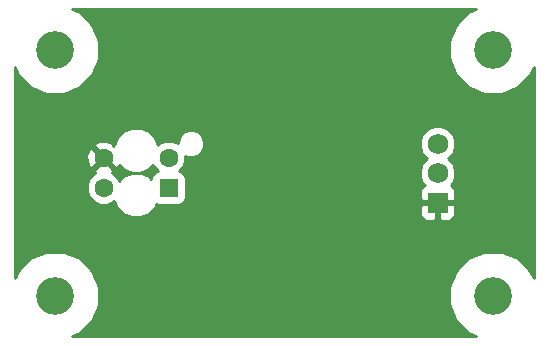
<source format=gbr>
G04 #@! TF.FileFunction,Copper,L2,Bot,Signal*
%FSLAX46Y46*%
G04 Gerber Fmt 4.6, Leading zero omitted, Abs format (unit mm)*
G04 Created by KiCad (PCBNEW 4.0.3+e1-6302~38~ubuntu15.04.1-stable) date Thu Aug 25 00:23:02 2016*
%MOMM*%
%LPD*%
G01*
G04 APERTURE LIST*
%ADD10C,0.100000*%
%ADD11C,3.200000*%
%ADD12R,1.600000X1.600000*%
%ADD13C,1.600000*%
%ADD14R,1.750000X1.750000*%
%ADD15C,1.750000*%
%ADD16C,0.254000*%
G04 APERTURE END LIST*
D10*
D11*
X132842000Y-87376000D03*
X169926000Y-87376000D03*
X132842000Y-108204000D03*
X169926000Y-108204000D03*
D12*
X142450000Y-99060000D03*
D13*
X142450000Y-96520000D03*
X136950000Y-96520000D03*
X136950000Y-99060000D03*
D14*
X165227000Y-100330000D03*
D15*
X165227000Y-97830000D03*
X165227000Y-95330000D03*
D16*
G36*
X167817582Y-84214561D02*
X166768246Y-85262068D01*
X166199649Y-86631402D01*
X166198355Y-88114094D01*
X166764561Y-89484418D01*
X167812068Y-90533754D01*
X169181402Y-91102351D01*
X170664094Y-91103645D01*
X172034418Y-90537439D01*
X173083754Y-89489932D01*
X173355000Y-88836699D01*
X173355000Y-106743130D01*
X173087439Y-106095582D01*
X172039932Y-105046246D01*
X170670598Y-104477649D01*
X169187906Y-104476355D01*
X167817582Y-105042561D01*
X166768246Y-106090068D01*
X166199649Y-107459402D01*
X166198355Y-108942094D01*
X166764561Y-110312418D01*
X167812068Y-111361754D01*
X168465301Y-111633000D01*
X134302870Y-111633000D01*
X134950418Y-111365439D01*
X135999754Y-110317932D01*
X136568351Y-108948598D01*
X136569645Y-107465906D01*
X136003439Y-106095582D01*
X134955932Y-105046246D01*
X133586598Y-104477649D01*
X132103906Y-104476355D01*
X130733582Y-105042561D01*
X129684246Y-106090068D01*
X129413000Y-106743301D01*
X129413000Y-99344187D01*
X135514752Y-99344187D01*
X135732757Y-99871800D01*
X136136077Y-100275824D01*
X136663309Y-100494750D01*
X137234187Y-100495248D01*
X137761800Y-100277243D01*
X137861817Y-100177400D01*
X138101043Y-100756372D01*
X138630839Y-101287093D01*
X139323405Y-101574672D01*
X140073305Y-101575326D01*
X140766372Y-101288957D01*
X141297093Y-100759161D01*
X141356642Y-100615750D01*
X163717000Y-100615750D01*
X163717000Y-101331309D01*
X163813673Y-101564698D01*
X163992301Y-101743327D01*
X164225690Y-101840000D01*
X164941250Y-101840000D01*
X165100000Y-101681250D01*
X165100000Y-100457000D01*
X165354000Y-100457000D01*
X165354000Y-101681250D01*
X165512750Y-101840000D01*
X166228310Y-101840000D01*
X166461699Y-101743327D01*
X166640327Y-101564698D01*
X166737000Y-101331309D01*
X166737000Y-100615750D01*
X166578250Y-100457000D01*
X165354000Y-100457000D01*
X165100000Y-100457000D01*
X163875750Y-100457000D01*
X163717000Y-100615750D01*
X141356642Y-100615750D01*
X141420883Y-100461043D01*
X141650000Y-100507440D01*
X143250000Y-100507440D01*
X143485317Y-100463162D01*
X143701441Y-100324090D01*
X143846431Y-100111890D01*
X143897440Y-99860000D01*
X143897440Y-98260000D01*
X143853162Y-98024683D01*
X143714090Y-97808559D01*
X143501890Y-97663569D01*
X143363646Y-97635574D01*
X143665824Y-97333923D01*
X143884750Y-96806691D01*
X143885126Y-96375927D01*
X144123244Y-96474803D01*
X144574775Y-96475197D01*
X144992086Y-96302767D01*
X145311645Y-95983765D01*
X145458940Y-95629040D01*
X163716738Y-95629040D01*
X163946138Y-96184229D01*
X164341536Y-96580318D01*
X163947630Y-96973537D01*
X163717262Y-97528325D01*
X163716738Y-98129040D01*
X163946138Y-98684229D01*
X164123802Y-98862203D01*
X163992301Y-98916673D01*
X163813673Y-99095302D01*
X163717000Y-99328691D01*
X163717000Y-100044250D01*
X163875750Y-100203000D01*
X165100000Y-100203000D01*
X165100000Y-100183000D01*
X165354000Y-100183000D01*
X165354000Y-100203000D01*
X166578250Y-100203000D01*
X166737000Y-100044250D01*
X166737000Y-99328691D01*
X166640327Y-99095302D01*
X166461699Y-98916673D01*
X166330286Y-98862240D01*
X166506370Y-98686463D01*
X166736738Y-98131675D01*
X166737262Y-97530960D01*
X166507862Y-96975771D01*
X166112464Y-96579682D01*
X166506370Y-96186463D01*
X166736738Y-95631675D01*
X166737262Y-95030960D01*
X166507862Y-94475771D01*
X166083463Y-94050630D01*
X165528675Y-93820262D01*
X164927960Y-93819738D01*
X164372771Y-94049138D01*
X163947630Y-94473537D01*
X163717262Y-95028325D01*
X163716738Y-95629040D01*
X145458940Y-95629040D01*
X145484803Y-95566756D01*
X145485197Y-95115225D01*
X145312767Y-94697914D01*
X144993765Y-94378355D01*
X144576756Y-94205197D01*
X144125225Y-94204803D01*
X143707914Y-94377233D01*
X143388355Y-94696235D01*
X143215197Y-95113244D01*
X143215048Y-95283881D01*
X142736691Y-95085250D01*
X142165813Y-95084752D01*
X141638200Y-95302757D01*
X141538183Y-95402600D01*
X141298957Y-94823628D01*
X140769161Y-94292907D01*
X140076595Y-94005328D01*
X139326695Y-94004674D01*
X138633628Y-94291043D01*
X138102907Y-94820839D01*
X137842554Y-95447838D01*
X137778139Y-95512253D01*
X137704005Y-95266136D01*
X137166777Y-95073035D01*
X136596546Y-95100222D01*
X136195995Y-95266136D01*
X136121861Y-95512255D01*
X136950000Y-96340395D01*
X136964142Y-96326252D01*
X137143748Y-96505858D01*
X137129605Y-96520000D01*
X137957745Y-97348139D01*
X138203864Y-97274005D01*
X138260587Y-97116195D01*
X138630839Y-97487093D01*
X139323405Y-97774672D01*
X140073305Y-97775326D01*
X140766372Y-97488957D01*
X141142536Y-97113449D01*
X141232757Y-97331800D01*
X141534688Y-97634258D01*
X141414683Y-97656838D01*
X141198559Y-97795910D01*
X141053569Y-98008110D01*
X141002560Y-98260000D01*
X141002560Y-98326714D01*
X140769161Y-98092907D01*
X140076595Y-97805328D01*
X139326695Y-97804674D01*
X138633628Y-98091043D01*
X138257464Y-98466551D01*
X138167243Y-98248200D01*
X137763923Y-97844176D01*
X137649232Y-97796552D01*
X137704005Y-97773864D01*
X137778139Y-97527745D01*
X136950000Y-96699605D01*
X136121861Y-97527745D01*
X136195995Y-97773864D01*
X136254254Y-97794805D01*
X136138200Y-97842757D01*
X135734176Y-98246077D01*
X135515250Y-98773309D01*
X135514752Y-99344187D01*
X129413000Y-99344187D01*
X129413000Y-96303223D01*
X135503035Y-96303223D01*
X135530222Y-96873454D01*
X135696136Y-97274005D01*
X135942255Y-97348139D01*
X136770395Y-96520000D01*
X135942255Y-95691861D01*
X135696136Y-95765995D01*
X135503035Y-96303223D01*
X129413000Y-96303223D01*
X129413000Y-88836870D01*
X129680561Y-89484418D01*
X130728068Y-90533754D01*
X132097402Y-91102351D01*
X133580094Y-91103645D01*
X134950418Y-90537439D01*
X135999754Y-89489932D01*
X136568351Y-88120598D01*
X136569645Y-86637906D01*
X136003439Y-85267582D01*
X134955932Y-84218246D01*
X134302699Y-83947000D01*
X168465130Y-83947000D01*
X167817582Y-84214561D01*
X167817582Y-84214561D01*
G37*
X167817582Y-84214561D02*
X166768246Y-85262068D01*
X166199649Y-86631402D01*
X166198355Y-88114094D01*
X166764561Y-89484418D01*
X167812068Y-90533754D01*
X169181402Y-91102351D01*
X170664094Y-91103645D01*
X172034418Y-90537439D01*
X173083754Y-89489932D01*
X173355000Y-88836699D01*
X173355000Y-106743130D01*
X173087439Y-106095582D01*
X172039932Y-105046246D01*
X170670598Y-104477649D01*
X169187906Y-104476355D01*
X167817582Y-105042561D01*
X166768246Y-106090068D01*
X166199649Y-107459402D01*
X166198355Y-108942094D01*
X166764561Y-110312418D01*
X167812068Y-111361754D01*
X168465301Y-111633000D01*
X134302870Y-111633000D01*
X134950418Y-111365439D01*
X135999754Y-110317932D01*
X136568351Y-108948598D01*
X136569645Y-107465906D01*
X136003439Y-106095582D01*
X134955932Y-105046246D01*
X133586598Y-104477649D01*
X132103906Y-104476355D01*
X130733582Y-105042561D01*
X129684246Y-106090068D01*
X129413000Y-106743301D01*
X129413000Y-99344187D01*
X135514752Y-99344187D01*
X135732757Y-99871800D01*
X136136077Y-100275824D01*
X136663309Y-100494750D01*
X137234187Y-100495248D01*
X137761800Y-100277243D01*
X137861817Y-100177400D01*
X138101043Y-100756372D01*
X138630839Y-101287093D01*
X139323405Y-101574672D01*
X140073305Y-101575326D01*
X140766372Y-101288957D01*
X141297093Y-100759161D01*
X141356642Y-100615750D01*
X163717000Y-100615750D01*
X163717000Y-101331309D01*
X163813673Y-101564698D01*
X163992301Y-101743327D01*
X164225690Y-101840000D01*
X164941250Y-101840000D01*
X165100000Y-101681250D01*
X165100000Y-100457000D01*
X165354000Y-100457000D01*
X165354000Y-101681250D01*
X165512750Y-101840000D01*
X166228310Y-101840000D01*
X166461699Y-101743327D01*
X166640327Y-101564698D01*
X166737000Y-101331309D01*
X166737000Y-100615750D01*
X166578250Y-100457000D01*
X165354000Y-100457000D01*
X165100000Y-100457000D01*
X163875750Y-100457000D01*
X163717000Y-100615750D01*
X141356642Y-100615750D01*
X141420883Y-100461043D01*
X141650000Y-100507440D01*
X143250000Y-100507440D01*
X143485317Y-100463162D01*
X143701441Y-100324090D01*
X143846431Y-100111890D01*
X143897440Y-99860000D01*
X143897440Y-98260000D01*
X143853162Y-98024683D01*
X143714090Y-97808559D01*
X143501890Y-97663569D01*
X143363646Y-97635574D01*
X143665824Y-97333923D01*
X143884750Y-96806691D01*
X143885126Y-96375927D01*
X144123244Y-96474803D01*
X144574775Y-96475197D01*
X144992086Y-96302767D01*
X145311645Y-95983765D01*
X145458940Y-95629040D01*
X163716738Y-95629040D01*
X163946138Y-96184229D01*
X164341536Y-96580318D01*
X163947630Y-96973537D01*
X163717262Y-97528325D01*
X163716738Y-98129040D01*
X163946138Y-98684229D01*
X164123802Y-98862203D01*
X163992301Y-98916673D01*
X163813673Y-99095302D01*
X163717000Y-99328691D01*
X163717000Y-100044250D01*
X163875750Y-100203000D01*
X165100000Y-100203000D01*
X165100000Y-100183000D01*
X165354000Y-100183000D01*
X165354000Y-100203000D01*
X166578250Y-100203000D01*
X166737000Y-100044250D01*
X166737000Y-99328691D01*
X166640327Y-99095302D01*
X166461699Y-98916673D01*
X166330286Y-98862240D01*
X166506370Y-98686463D01*
X166736738Y-98131675D01*
X166737262Y-97530960D01*
X166507862Y-96975771D01*
X166112464Y-96579682D01*
X166506370Y-96186463D01*
X166736738Y-95631675D01*
X166737262Y-95030960D01*
X166507862Y-94475771D01*
X166083463Y-94050630D01*
X165528675Y-93820262D01*
X164927960Y-93819738D01*
X164372771Y-94049138D01*
X163947630Y-94473537D01*
X163717262Y-95028325D01*
X163716738Y-95629040D01*
X145458940Y-95629040D01*
X145484803Y-95566756D01*
X145485197Y-95115225D01*
X145312767Y-94697914D01*
X144993765Y-94378355D01*
X144576756Y-94205197D01*
X144125225Y-94204803D01*
X143707914Y-94377233D01*
X143388355Y-94696235D01*
X143215197Y-95113244D01*
X143215048Y-95283881D01*
X142736691Y-95085250D01*
X142165813Y-95084752D01*
X141638200Y-95302757D01*
X141538183Y-95402600D01*
X141298957Y-94823628D01*
X140769161Y-94292907D01*
X140076595Y-94005328D01*
X139326695Y-94004674D01*
X138633628Y-94291043D01*
X138102907Y-94820839D01*
X137842554Y-95447838D01*
X137778139Y-95512253D01*
X137704005Y-95266136D01*
X137166777Y-95073035D01*
X136596546Y-95100222D01*
X136195995Y-95266136D01*
X136121861Y-95512255D01*
X136950000Y-96340395D01*
X136964142Y-96326252D01*
X137143748Y-96505858D01*
X137129605Y-96520000D01*
X137957745Y-97348139D01*
X138203864Y-97274005D01*
X138260587Y-97116195D01*
X138630839Y-97487093D01*
X139323405Y-97774672D01*
X140073305Y-97775326D01*
X140766372Y-97488957D01*
X141142536Y-97113449D01*
X141232757Y-97331800D01*
X141534688Y-97634258D01*
X141414683Y-97656838D01*
X141198559Y-97795910D01*
X141053569Y-98008110D01*
X141002560Y-98260000D01*
X141002560Y-98326714D01*
X140769161Y-98092907D01*
X140076595Y-97805328D01*
X139326695Y-97804674D01*
X138633628Y-98091043D01*
X138257464Y-98466551D01*
X138167243Y-98248200D01*
X137763923Y-97844176D01*
X137649232Y-97796552D01*
X137704005Y-97773864D01*
X137778139Y-97527745D01*
X136950000Y-96699605D01*
X136121861Y-97527745D01*
X136195995Y-97773864D01*
X136254254Y-97794805D01*
X136138200Y-97842757D01*
X135734176Y-98246077D01*
X135515250Y-98773309D01*
X135514752Y-99344187D01*
X129413000Y-99344187D01*
X129413000Y-96303223D01*
X135503035Y-96303223D01*
X135530222Y-96873454D01*
X135696136Y-97274005D01*
X135942255Y-97348139D01*
X136770395Y-96520000D01*
X135942255Y-95691861D01*
X135696136Y-95765995D01*
X135503035Y-96303223D01*
X129413000Y-96303223D01*
X129413000Y-88836870D01*
X129680561Y-89484418D01*
X130728068Y-90533754D01*
X132097402Y-91102351D01*
X133580094Y-91103645D01*
X134950418Y-90537439D01*
X135999754Y-89489932D01*
X136568351Y-88120598D01*
X136569645Y-86637906D01*
X136003439Y-85267582D01*
X134955932Y-84218246D01*
X134302699Y-83947000D01*
X168465130Y-83947000D01*
X167817582Y-84214561D01*
M02*

</source>
